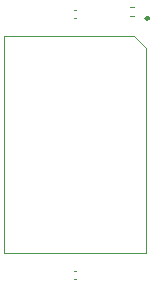
<source format=gbr>
G04 #@! TF.GenerationSoftware,KiCad,Pcbnew,8.99.0-344-gfbc433deaa*
G04 #@! TF.CreationDate,2024-05-05T12:56:36-04:00*
G04 #@! TF.ProjectId,nandFlex,6e616e64-466c-4657-982e-6b696361645f,3*
G04 #@! TF.SameCoordinates,Original*
G04 #@! TF.FileFunction,Legend,Top*
G04 #@! TF.FilePolarity,Positive*
%FSLAX46Y46*%
G04 Gerber Fmt 4.6, Leading zero omitted, Abs format (unit mm)*
G04 Created by KiCad (PCBNEW 8.99.0-344-gfbc433deaa) date 2024-05-05 12:56:36*
%MOMM*%
%LPD*%
G01*
G04 APERTURE LIST*
%ADD10C,0.251918*%
%ADD11C,0.120000*%
%ADD12C,0.100000*%
G04 APERTURE END LIST*
D10*
X232696069Y-67584110D02*
G75*
G02*
X232444151Y-67584110I-125959J0D01*
G01*
X232444151Y-67584110D02*
G75*
G02*
X232696069Y-67584110I125959J0D01*
G01*
D11*
X226365455Y-66861530D02*
X226581127Y-66861530D01*
X226365455Y-67581530D02*
X226581127Y-67581530D01*
X226365455Y-88961530D02*
X226581127Y-88961530D01*
X226365455Y-89681530D02*
X226581127Y-89681530D01*
D12*
X220473291Y-69071530D02*
X231473291Y-69071530D01*
X220473291Y-87471530D02*
X220473291Y-69071530D01*
X232473291Y-70071530D02*
X231473291Y-69071530D01*
X232473291Y-70071530D02*
X232473291Y-87471530D01*
X232473291Y-87471530D02*
X220473291Y-87471530D01*
D11*
X231458641Y-66625000D02*
X231151359Y-66625000D01*
X231458641Y-67385000D02*
X231151359Y-67385000D01*
M02*

</source>
